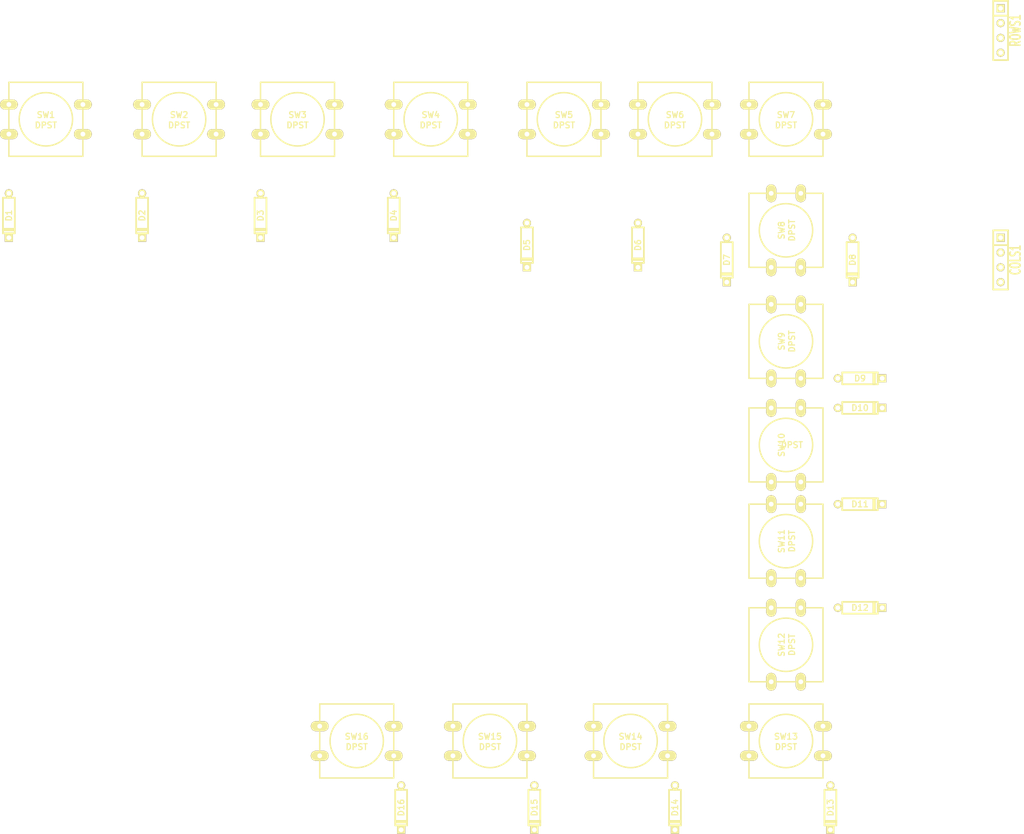
<source format=kicad_pcb>
(kicad_pcb (version 3) (host pcbnew "(2013-mar-25)-stable")

  (general
    (links 80)
    (no_connects 80)
    (area 243.458999 172.313599 417.83381 317.471829)
    (thickness 1.6)
    (drawings 0)
    (tracks 0)
    (zones 0)
    (modules 34)
    (nets 25)
  )

  (page A3)
  (layers
    (15 F.Cu signal)
    (0 B.Cu signal)
    (16 B.Adhes user)
    (17 F.Adhes user)
    (18 B.Paste user)
    (19 F.Paste user)
    (20 B.SilkS user)
    (21 F.SilkS user)
    (22 B.Mask user)
    (23 F.Mask user)
    (24 Dwgs.User user)
    (25 Cmts.User user)
    (26 Eco1.User user)
    (27 Eco2.User user)
    (28 Edge.Cuts user)
  )

  (setup
    (last_trace_width 0.254)
    (trace_clearance 0.254)
    (zone_clearance 0.508)
    (zone_45_only no)
    (trace_min 0.254)
    (segment_width 0.2)
    (edge_width 0.15)
    (via_size 0.889)
    (via_drill 0.635)
    (via_min_size 0.889)
    (via_min_drill 0.508)
    (uvia_size 0.508)
    (uvia_drill 0.127)
    (uvias_allowed no)
    (uvia_min_size 0.508)
    (uvia_min_drill 0.127)
    (pcb_text_width 0.3)
    (pcb_text_size 1.5 1.5)
    (mod_edge_width 0.15)
    (mod_text_size 1.5 1.5)
    (mod_text_width 0.15)
    (pad_size 1.524 1.524)
    (pad_drill 0.762)
    (pad_to_mask_clearance 0.2)
    (aux_axis_origin 0 0)
    (visible_elements FFFFFFBF)
    (pcbplotparams
      (layerselection 3178497)
      (usegerberextensions true)
      (excludeedgelayer true)
      (linewidth 100000)
      (plotframeref false)
      (viasonmask false)
      (mode 1)
      (useauxorigin false)
      (hpglpennumber 1)
      (hpglpenspeed 20)
      (hpglpendiameter 15)
      (hpglpenoverlay 2)
      (psnegative false)
      (psa4output false)
      (plotreference true)
      (plotvalue true)
      (plotothertext true)
      (plotinvisibletext false)
      (padsonsilk false)
      (subtractmaskfromsilk false)
      (outputformat 1)
      (mirror false)
      (drillshape 1)
      (scaleselection 1)
      (outputdirectory ""))
  )

  (net 0 "")
  (net 1 /a1)
  (net 2 /a2)
  (net 3 /a3)
  (net 4 /a4)
  (net 5 /c1)
  (net 6 /c2)
  (net 7 /c3)
  (net 8 /c4)
  (net 9 N-0000011)
  (net 10 N-0000012)
  (net 11 N-0000013)
  (net 12 N-0000014)
  (net 13 N-0000015)
  (net 14 N-0000016)
  (net 15 N-0000017)
  (net 16 N-0000018)
  (net 17 N-0000027)
  (net 18 N-0000028)
  (net 19 N-0000029)
  (net 20 N-0000030)
  (net 21 N-0000039)
  (net 22 N-000005)
  (net 23 N-000006)
  (net 24 N-000007)

  (net_class Default "This is the default net class."
    (clearance 0.254)
    (trace_width 0.254)
    (via_dia 0.889)
    (via_drill 0.635)
    (uvia_dia 0.508)
    (uvia_drill 0.127)
    (add_net "")
    (add_net /a1)
    (add_net /a2)
    (add_net /a3)
    (add_net /a4)
    (add_net /c1)
    (add_net /c2)
    (add_net /c3)
    (add_net /c4)
    (add_net N-0000011)
    (add_net N-0000012)
    (add_net N-0000013)
    (add_net N-0000014)
    (add_net N-0000015)
    (add_net N-0000016)
    (add_net N-0000017)
    (add_net N-0000018)
    (add_net N-0000027)
    (add_net N-0000028)
    (add_net N-0000029)
    (add_net N-0000030)
    (add_net N-0000039)
    (add_net N-000005)
    (add_net N-000006)
    (add_net N-000007)
  )

  (module SW_PUSH-12mm (layer F.Cu) (tedit 5214EF60) (tstamp 5214D9DF)
    (at 307.34 149.86 90)
    (path /5214D1C4)
    (fp_text reference SW9 (at 0 -0.762 90) (layer F.SilkS)
      (effects (font (size 1.016 1.016) (thickness 0.2032)))
    )
    (fp_text value DPST (at 0 1.016 90) (layer F.SilkS)
      (effects (font (size 1.016 1.016) (thickness 0.2032)))
    )
    (fp_circle (center 0 0) (end 3.81 2.54) (layer F.SilkS) (width 0.254))
    (fp_line (start -6.35 -6.35) (end 6.35 -6.35) (layer F.SilkS) (width 0.254))
    (fp_line (start 6.35 -6.35) (end 6.35 6.35) (layer F.SilkS) (width 0.254))
    (fp_line (start 6.35 6.35) (end -6.35 6.35) (layer F.SilkS) (width 0.254))
    (fp_line (start -6.35 6.35) (end -6.35 -6.35) (layer F.SilkS) (width 0.254))
    (pad 1 thru_hole oval (at 6.35 -2.54 90) (size 3.048 1.7272) (drill 0.8128)
      (layers *.Cu *.Mask F.SilkS)
      (net 3 /a3)
    )
    (pad 2 thru_hole oval (at 6.35 2.54 90) (size 3.048 1.7272) (drill 0.8128)
      (layers *.Cu *.Mask F.SilkS)
      (net 9 N-0000011)
    )
    (pad 1 thru_hole oval (at -6.35 -2.54 90) (size 3.048 1.7272) (drill 0.8128)
      (layers *.Cu *.Mask F.SilkS)
      (net 3 /a3)
    )
    (pad 2 thru_hole oval (at -6.35 2.54 90) (size 3.048 1.7272) (drill 0.8128)
      (layers *.Cu *.Mask F.SilkS)
      (net 9 N-0000011)
    )
  )

  (module SW_PUSH-12mm (layer F.Cu) (tedit 4C612761) (tstamp 5214D9EC)
    (at 307.34 130.81 90)
    (path /5214CF8D)
    (fp_text reference SW8 (at 0 -0.762 90) (layer F.SilkS)
      (effects (font (size 1.016 1.016) (thickness 0.2032)))
    )
    (fp_text value DPST (at 0 1.016 90) (layer F.SilkS)
      (effects (font (size 1.016 1.016) (thickness 0.2032)))
    )
    (fp_circle (center 0 0) (end 3.81 2.54) (layer F.SilkS) (width 0.254))
    (fp_line (start -6.35 -6.35) (end 6.35 -6.35) (layer F.SilkS) (width 0.254))
    (fp_line (start 6.35 -6.35) (end 6.35 6.35) (layer F.SilkS) (width 0.254))
    (fp_line (start 6.35 6.35) (end -6.35 6.35) (layer F.SilkS) (width 0.254))
    (fp_line (start -6.35 6.35) (end -6.35 -6.35) (layer F.SilkS) (width 0.254))
    (pad 1 thru_hole oval (at 6.35 -2.54 90) (size 3.048 1.7272) (drill 0.8128)
      (layers *.Cu *.Mask F.SilkS)
      (net 2 /a2)
    )
    (pad 2 thru_hole oval (at 6.35 2.54 90) (size 3.048 1.7272) (drill 0.8128)
      (layers *.Cu *.Mask F.SilkS)
      (net 22 N-000005)
    )
    (pad 1 thru_hole oval (at -6.35 -2.54 90) (size 3.048 1.7272) (drill 0.8128)
      (layers *.Cu *.Mask F.SilkS)
      (net 2 /a2)
    )
    (pad 2 thru_hole oval (at -6.35 2.54 90) (size 3.048 1.7272) (drill 0.8128)
      (layers *.Cu *.Mask F.SilkS)
      (net 22 N-000005)
    )
  )

  (module SW_PUSH-12mm (layer F.Cu) (tedit 4C612761) (tstamp 5214D9F9)
    (at 180.34 111.76)
    (path /5214C224)
    (fp_text reference SW1 (at 0 -0.762) (layer F.SilkS)
      (effects (font (size 1.016 1.016) (thickness 0.2032)))
    )
    (fp_text value DPST (at 0 1.016) (layer F.SilkS)
      (effects (font (size 1.016 1.016) (thickness 0.2032)))
    )
    (fp_circle (center 0 0) (end 3.81 2.54) (layer F.SilkS) (width 0.254))
    (fp_line (start -6.35 -6.35) (end 6.35 -6.35) (layer F.SilkS) (width 0.254))
    (fp_line (start 6.35 -6.35) (end 6.35 6.35) (layer F.SilkS) (width 0.254))
    (fp_line (start 6.35 6.35) (end -6.35 6.35) (layer F.SilkS) (width 0.254))
    (fp_line (start -6.35 6.35) (end -6.35 -6.35) (layer F.SilkS) (width 0.254))
    (pad 1 thru_hole oval (at 6.35 -2.54) (size 3.048 1.7272) (drill 0.8128)
      (layers *.Cu *.Mask F.SilkS)
      (net 1 /a1)
    )
    (pad 2 thru_hole oval (at 6.35 2.54) (size 3.048 1.7272) (drill 0.8128)
      (layers *.Cu *.Mask F.SilkS)
      (net 17 N-0000027)
    )
    (pad 1 thru_hole oval (at -6.35 -2.54) (size 3.048 1.7272) (drill 0.8128)
      (layers *.Cu *.Mask F.SilkS)
      (net 1 /a1)
    )
    (pad 2 thru_hole oval (at -6.35 2.54) (size 3.048 1.7272) (drill 0.8128)
      (layers *.Cu *.Mask F.SilkS)
      (net 17 N-0000027)
    )
  )

  (module SW_PUSH-12mm (layer F.Cu) (tedit 4C612761) (tstamp 5214DA06)
    (at 203.2 111.76)
    (path /5214C23F)
    (fp_text reference SW2 (at 0 -0.762) (layer F.SilkS)
      (effects (font (size 1.016 1.016) (thickness 0.2032)))
    )
    (fp_text value DPST (at 0 1.016) (layer F.SilkS)
      (effects (font (size 1.016 1.016) (thickness 0.2032)))
    )
    (fp_circle (center 0 0) (end 3.81 2.54) (layer F.SilkS) (width 0.254))
    (fp_line (start -6.35 -6.35) (end 6.35 -6.35) (layer F.SilkS) (width 0.254))
    (fp_line (start 6.35 -6.35) (end 6.35 6.35) (layer F.SilkS) (width 0.254))
    (fp_line (start 6.35 6.35) (end -6.35 6.35) (layer F.SilkS) (width 0.254))
    (fp_line (start -6.35 6.35) (end -6.35 -6.35) (layer F.SilkS) (width 0.254))
    (pad 1 thru_hole oval (at 6.35 -2.54) (size 3.048 1.7272) (drill 0.8128)
      (layers *.Cu *.Mask F.SilkS)
      (net 1 /a1)
    )
    (pad 2 thru_hole oval (at 6.35 2.54) (size 3.048 1.7272) (drill 0.8128)
      (layers *.Cu *.Mask F.SilkS)
      (net 18 N-0000028)
    )
    (pad 1 thru_hole oval (at -6.35 -2.54) (size 3.048 1.7272) (drill 0.8128)
      (layers *.Cu *.Mask F.SilkS)
      (net 1 /a1)
    )
    (pad 2 thru_hole oval (at -6.35 2.54) (size 3.048 1.7272) (drill 0.8128)
      (layers *.Cu *.Mask F.SilkS)
      (net 18 N-0000028)
    )
  )

  (module SW_PUSH-12mm (layer F.Cu) (tedit 4C612761) (tstamp 5214DA13)
    (at 223.52 111.76)
    (path /5214C24A)
    (fp_text reference SW3 (at 0 -0.762) (layer F.SilkS)
      (effects (font (size 1.016 1.016) (thickness 0.2032)))
    )
    (fp_text value DPST (at 0 1.016) (layer F.SilkS)
      (effects (font (size 1.016 1.016) (thickness 0.2032)))
    )
    (fp_circle (center 0 0) (end 3.81 2.54) (layer F.SilkS) (width 0.254))
    (fp_line (start -6.35 -6.35) (end 6.35 -6.35) (layer F.SilkS) (width 0.254))
    (fp_line (start 6.35 -6.35) (end 6.35 6.35) (layer F.SilkS) (width 0.254))
    (fp_line (start 6.35 6.35) (end -6.35 6.35) (layer F.SilkS) (width 0.254))
    (fp_line (start -6.35 6.35) (end -6.35 -6.35) (layer F.SilkS) (width 0.254))
    (pad 1 thru_hole oval (at 6.35 -2.54) (size 3.048 1.7272) (drill 0.8128)
      (layers *.Cu *.Mask F.SilkS)
      (net 1 /a1)
    )
    (pad 2 thru_hole oval (at 6.35 2.54) (size 3.048 1.7272) (drill 0.8128)
      (layers *.Cu *.Mask F.SilkS)
      (net 19 N-0000029)
    )
    (pad 1 thru_hole oval (at -6.35 -2.54) (size 3.048 1.7272) (drill 0.8128)
      (layers *.Cu *.Mask F.SilkS)
      (net 1 /a1)
    )
    (pad 2 thru_hole oval (at -6.35 2.54) (size 3.048 1.7272) (drill 0.8128)
      (layers *.Cu *.Mask F.SilkS)
      (net 19 N-0000029)
    )
  )

  (module SW_PUSH-12mm (layer F.Cu) (tedit 4C612761) (tstamp 5214DA20)
    (at 246.38 111.76)
    (path /5214C252)
    (fp_text reference SW4 (at 0 -0.762) (layer F.SilkS)
      (effects (font (size 1.016 1.016) (thickness 0.2032)))
    )
    (fp_text value DPST (at 0 1.016) (layer F.SilkS)
      (effects (font (size 1.016 1.016) (thickness 0.2032)))
    )
    (fp_circle (center 0 0) (end 3.81 2.54) (layer F.SilkS) (width 0.254))
    (fp_line (start -6.35 -6.35) (end 6.35 -6.35) (layer F.SilkS) (width 0.254))
    (fp_line (start 6.35 -6.35) (end 6.35 6.35) (layer F.SilkS) (width 0.254))
    (fp_line (start 6.35 6.35) (end -6.35 6.35) (layer F.SilkS) (width 0.254))
    (fp_line (start -6.35 6.35) (end -6.35 -6.35) (layer F.SilkS) (width 0.254))
    (pad 1 thru_hole oval (at 6.35 -2.54) (size 3.048 1.7272) (drill 0.8128)
      (layers *.Cu *.Mask F.SilkS)
      (net 1 /a1)
    )
    (pad 2 thru_hole oval (at 6.35 2.54) (size 3.048 1.7272) (drill 0.8128)
      (layers *.Cu *.Mask F.SilkS)
      (net 20 N-0000030)
    )
    (pad 1 thru_hole oval (at -6.35 -2.54) (size 3.048 1.7272) (drill 0.8128)
      (layers *.Cu *.Mask F.SilkS)
      (net 1 /a1)
    )
    (pad 2 thru_hole oval (at -6.35 2.54) (size 3.048 1.7272) (drill 0.8128)
      (layers *.Cu *.Mask F.SilkS)
      (net 20 N-0000030)
    )
  )

  (module SW_PUSH-12mm (layer F.Cu) (tedit 4C612761) (tstamp 5214EFBF)
    (at 307.34 111.76)
    (path /5214CF87)
    (fp_text reference SW7 (at 0 -0.762) (layer F.SilkS)
      (effects (font (size 1.016 1.016) (thickness 0.2032)))
    )
    (fp_text value DPST (at 0 1.016) (layer F.SilkS)
      (effects (font (size 1.016 1.016) (thickness 0.2032)))
    )
    (fp_circle (center 0 0) (end 3.81 2.54) (layer F.SilkS) (width 0.254))
    (fp_line (start -6.35 -6.35) (end 6.35 -6.35) (layer F.SilkS) (width 0.254))
    (fp_line (start 6.35 -6.35) (end 6.35 6.35) (layer F.SilkS) (width 0.254))
    (fp_line (start 6.35 6.35) (end -6.35 6.35) (layer F.SilkS) (width 0.254))
    (fp_line (start -6.35 6.35) (end -6.35 -6.35) (layer F.SilkS) (width 0.254))
    (pad 1 thru_hole oval (at 6.35 -2.54) (size 3.048 1.7272) (drill 0.8128)
      (layers *.Cu *.Mask F.SilkS)
      (net 2 /a2)
    )
    (pad 2 thru_hole oval (at 6.35 2.54) (size 3.048 1.7272) (drill 0.8128)
      (layers *.Cu *.Mask F.SilkS)
      (net 23 N-000006)
    )
    (pad 1 thru_hole oval (at -6.35 -2.54) (size 3.048 1.7272) (drill 0.8128)
      (layers *.Cu *.Mask F.SilkS)
      (net 2 /a2)
    )
    (pad 2 thru_hole oval (at -6.35 2.54) (size 3.048 1.7272) (drill 0.8128)
      (layers *.Cu *.Mask F.SilkS)
      (net 23 N-000006)
    )
  )

  (module SW_PUSH-12mm (layer F.Cu) (tedit 4C612761) (tstamp 5214DA3A)
    (at 288.29 111.76)
    (path /5214CF81)
    (fp_text reference SW6 (at 0 -0.762) (layer F.SilkS)
      (effects (font (size 1.016 1.016) (thickness 0.2032)))
    )
    (fp_text value DPST (at 0 1.016) (layer F.SilkS)
      (effects (font (size 1.016 1.016) (thickness 0.2032)))
    )
    (fp_circle (center 0 0) (end 3.81 2.54) (layer F.SilkS) (width 0.254))
    (fp_line (start -6.35 -6.35) (end 6.35 -6.35) (layer F.SilkS) (width 0.254))
    (fp_line (start 6.35 -6.35) (end 6.35 6.35) (layer F.SilkS) (width 0.254))
    (fp_line (start 6.35 6.35) (end -6.35 6.35) (layer F.SilkS) (width 0.254))
    (fp_line (start -6.35 6.35) (end -6.35 -6.35) (layer F.SilkS) (width 0.254))
    (pad 1 thru_hole oval (at 6.35 -2.54) (size 3.048 1.7272) (drill 0.8128)
      (layers *.Cu *.Mask F.SilkS)
      (net 2 /a2)
    )
    (pad 2 thru_hole oval (at 6.35 2.54) (size 3.048 1.7272) (drill 0.8128)
      (layers *.Cu *.Mask F.SilkS)
      (net 24 N-000007)
    )
    (pad 1 thru_hole oval (at -6.35 -2.54) (size 3.048 1.7272) (drill 0.8128)
      (layers *.Cu *.Mask F.SilkS)
      (net 2 /a2)
    )
    (pad 2 thru_hole oval (at -6.35 2.54) (size 3.048 1.7272) (drill 0.8128)
      (layers *.Cu *.Mask F.SilkS)
      (net 24 N-000007)
    )
  )

  (module SW_PUSH-12mm (layer F.Cu) (tedit 5214EF19) (tstamp 5214DA47)
    (at 307.34 167.64 90)
    (path /5214D1CA)
    (fp_text reference SW10 (at 0 -0.762 90) (layer F.SilkS)
      (effects (font (size 1.016 1.016) (thickness 0.2032)))
    )
    (fp_text value DPST (at 0 1.016 180) (layer F.SilkS)
      (effects (font (size 1.016 1.016) (thickness 0.2032)))
    )
    (fp_circle (center 0 0) (end 3.81 2.54) (layer F.SilkS) (width 0.254))
    (fp_line (start -6.35 -6.35) (end 6.35 -6.35) (layer F.SilkS) (width 0.254))
    (fp_line (start 6.35 -6.35) (end 6.35 6.35) (layer F.SilkS) (width 0.254))
    (fp_line (start 6.35 6.35) (end -6.35 6.35) (layer F.SilkS) (width 0.254))
    (fp_line (start -6.35 6.35) (end -6.35 -6.35) (layer F.SilkS) (width 0.254))
    (pad 1 thru_hole oval (at 6.35 -2.54 90) (size 3.048 1.7272) (drill 0.8128)
      (layers *.Cu *.Mask F.SilkS)
      (net 3 /a3)
    )
    (pad 2 thru_hole oval (at 6.35 2.54 90) (size 3.048 1.7272) (drill 0.8128)
      (layers *.Cu *.Mask F.SilkS)
      (net 12 N-0000014)
    )
    (pad 1 thru_hole oval (at -6.35 -2.54 90) (size 3.048 1.7272) (drill 0.8128)
      (layers *.Cu *.Mask F.SilkS)
      (net 3 /a3)
    )
    (pad 2 thru_hole oval (at -6.35 2.54 90) (size 3.048 1.7272) (drill 0.8128)
      (layers *.Cu *.Mask F.SilkS)
      (net 12 N-0000014)
    )
  )

  (module SW_PUSH-12mm (layer F.Cu) (tedit 4C612761) (tstamp 5214DA54)
    (at 233.68 218.44)
    (path /5214D23B)
    (fp_text reference SW16 (at 0 -0.762) (layer F.SilkS)
      (effects (font (size 1.016 1.016) (thickness 0.2032)))
    )
    (fp_text value DPST (at 0 1.016) (layer F.SilkS)
      (effects (font (size 1.016 1.016) (thickness 0.2032)))
    )
    (fp_circle (center 0 0) (end 3.81 2.54) (layer F.SilkS) (width 0.254))
    (fp_line (start -6.35 -6.35) (end 6.35 -6.35) (layer F.SilkS) (width 0.254))
    (fp_line (start 6.35 -6.35) (end 6.35 6.35) (layer F.SilkS) (width 0.254))
    (fp_line (start 6.35 6.35) (end -6.35 6.35) (layer F.SilkS) (width 0.254))
    (fp_line (start -6.35 6.35) (end -6.35 -6.35) (layer F.SilkS) (width 0.254))
    (pad 1 thru_hole oval (at 6.35 -2.54) (size 3.048 1.7272) (drill 0.8128)
      (layers *.Cu *.Mask F.SilkS)
      (net 4 /a4)
    )
    (pad 2 thru_hole oval (at 6.35 2.54) (size 3.048 1.7272) (drill 0.8128)
      (layers *.Cu *.Mask F.SilkS)
      (net 16 N-0000018)
    )
    (pad 1 thru_hole oval (at -6.35 -2.54) (size 3.048 1.7272) (drill 0.8128)
      (layers *.Cu *.Mask F.SilkS)
      (net 4 /a4)
    )
    (pad 2 thru_hole oval (at -6.35 2.54) (size 3.048 1.7272) (drill 0.8128)
      (layers *.Cu *.Mask F.SilkS)
      (net 16 N-0000018)
    )
  )

  (module SW_PUSH-12mm (layer F.Cu) (tedit 4C612761) (tstamp 5214DA61)
    (at 269.24 111.76)
    (path /5214C67D)
    (fp_text reference SW5 (at 0 -0.762) (layer F.SilkS)
      (effects (font (size 1.016 1.016) (thickness 0.2032)))
    )
    (fp_text value DPST (at 0 1.016) (layer F.SilkS)
      (effects (font (size 1.016 1.016) (thickness 0.2032)))
    )
    (fp_circle (center 0 0) (end 3.81 2.54) (layer F.SilkS) (width 0.254))
    (fp_line (start -6.35 -6.35) (end 6.35 -6.35) (layer F.SilkS) (width 0.254))
    (fp_line (start 6.35 -6.35) (end 6.35 6.35) (layer F.SilkS) (width 0.254))
    (fp_line (start 6.35 6.35) (end -6.35 6.35) (layer F.SilkS) (width 0.254))
    (fp_line (start -6.35 6.35) (end -6.35 -6.35) (layer F.SilkS) (width 0.254))
    (pad 1 thru_hole oval (at 6.35 -2.54) (size 3.048 1.7272) (drill 0.8128)
      (layers *.Cu *.Mask F.SilkS)
      (net 2 /a2)
    )
    (pad 2 thru_hole oval (at 6.35 2.54) (size 3.048 1.7272) (drill 0.8128)
      (layers *.Cu *.Mask F.SilkS)
      (net 21 N-0000039)
    )
    (pad 1 thru_hole oval (at -6.35 -2.54) (size 3.048 1.7272) (drill 0.8128)
      (layers *.Cu *.Mask F.SilkS)
      (net 2 /a2)
    )
    (pad 2 thru_hole oval (at -6.35 2.54) (size 3.048 1.7272) (drill 0.8128)
      (layers *.Cu *.Mask F.SilkS)
      (net 21 N-0000039)
    )
  )

  (module SW_PUSH-12mm (layer F.Cu) (tedit 4C612761) (tstamp 5214DA6E)
    (at 280.67 218.44)
    (path /5214D22F)
    (fp_text reference SW14 (at 0 -0.762) (layer F.SilkS)
      (effects (font (size 1.016 1.016) (thickness 0.2032)))
    )
    (fp_text value DPST (at 0 1.016) (layer F.SilkS)
      (effects (font (size 1.016 1.016) (thickness 0.2032)))
    )
    (fp_circle (center 0 0) (end 3.81 2.54) (layer F.SilkS) (width 0.254))
    (fp_line (start -6.35 -6.35) (end 6.35 -6.35) (layer F.SilkS) (width 0.254))
    (fp_line (start 6.35 -6.35) (end 6.35 6.35) (layer F.SilkS) (width 0.254))
    (fp_line (start 6.35 6.35) (end -6.35 6.35) (layer F.SilkS) (width 0.254))
    (fp_line (start -6.35 6.35) (end -6.35 -6.35) (layer F.SilkS) (width 0.254))
    (pad 1 thru_hole oval (at 6.35 -2.54) (size 3.048 1.7272) (drill 0.8128)
      (layers *.Cu *.Mask F.SilkS)
      (net 4 /a4)
    )
    (pad 2 thru_hole oval (at 6.35 2.54) (size 3.048 1.7272) (drill 0.8128)
      (layers *.Cu *.Mask F.SilkS)
      (net 14 N-0000016)
    )
    (pad 1 thru_hole oval (at -6.35 -2.54) (size 3.048 1.7272) (drill 0.8128)
      (layers *.Cu *.Mask F.SilkS)
      (net 4 /a4)
    )
    (pad 2 thru_hole oval (at -6.35 2.54) (size 3.048 1.7272) (drill 0.8128)
      (layers *.Cu *.Mask F.SilkS)
      (net 14 N-0000016)
    )
  )

  (module SW_PUSH-12mm (layer F.Cu) (tedit 4C612761) (tstamp 5214DA7B)
    (at 307.34 184.15 90)
    (path /5214D1D0)
    (fp_text reference SW11 (at 0 -0.762 90) (layer F.SilkS)
      (effects (font (size 1.016 1.016) (thickness 0.2032)))
    )
    (fp_text value DPST (at 0 1.016 90) (layer F.SilkS)
      (effects (font (size 1.016 1.016) (thickness 0.2032)))
    )
    (fp_circle (center 0 0) (end 3.81 2.54) (layer F.SilkS) (width 0.254))
    (fp_line (start -6.35 -6.35) (end 6.35 -6.35) (layer F.SilkS) (width 0.254))
    (fp_line (start 6.35 -6.35) (end 6.35 6.35) (layer F.SilkS) (width 0.254))
    (fp_line (start 6.35 6.35) (end -6.35 6.35) (layer F.SilkS) (width 0.254))
    (fp_line (start -6.35 6.35) (end -6.35 -6.35) (layer F.SilkS) (width 0.254))
    (pad 1 thru_hole oval (at 6.35 -2.54 90) (size 3.048 1.7272) (drill 0.8128)
      (layers *.Cu *.Mask F.SilkS)
      (net 3 /a3)
    )
    (pad 2 thru_hole oval (at 6.35 2.54 90) (size 3.048 1.7272) (drill 0.8128)
      (layers *.Cu *.Mask F.SilkS)
      (net 10 N-0000012)
    )
    (pad 1 thru_hole oval (at -6.35 -2.54 90) (size 3.048 1.7272) (drill 0.8128)
      (layers *.Cu *.Mask F.SilkS)
      (net 3 /a3)
    )
    (pad 2 thru_hole oval (at -6.35 2.54 90) (size 3.048 1.7272) (drill 0.8128)
      (layers *.Cu *.Mask F.SilkS)
      (net 10 N-0000012)
    )
  )

  (module SW_PUSH-12mm (layer F.Cu) (tedit 4C612761) (tstamp 5214DA88)
    (at 307.34 218.44)
    (path /5214D218)
    (fp_text reference SW13 (at 0 -0.762) (layer F.SilkS)
      (effects (font (size 1.016 1.016) (thickness 0.2032)))
    )
    (fp_text value DPST (at 0 1.016) (layer F.SilkS)
      (effects (font (size 1.016 1.016) (thickness 0.2032)))
    )
    (fp_circle (center 0 0) (end 3.81 2.54) (layer F.SilkS) (width 0.254))
    (fp_line (start -6.35 -6.35) (end 6.35 -6.35) (layer F.SilkS) (width 0.254))
    (fp_line (start 6.35 -6.35) (end 6.35 6.35) (layer F.SilkS) (width 0.254))
    (fp_line (start 6.35 6.35) (end -6.35 6.35) (layer F.SilkS) (width 0.254))
    (fp_line (start -6.35 6.35) (end -6.35 -6.35) (layer F.SilkS) (width 0.254))
    (pad 1 thru_hole oval (at 6.35 -2.54) (size 3.048 1.7272) (drill 0.8128)
      (layers *.Cu *.Mask F.SilkS)
      (net 4 /a4)
    )
    (pad 2 thru_hole oval (at 6.35 2.54) (size 3.048 1.7272) (drill 0.8128)
      (layers *.Cu *.Mask F.SilkS)
      (net 13 N-0000015)
    )
    (pad 1 thru_hole oval (at -6.35 -2.54) (size 3.048 1.7272) (drill 0.8128)
      (layers *.Cu *.Mask F.SilkS)
      (net 4 /a4)
    )
    (pad 2 thru_hole oval (at -6.35 2.54) (size 3.048 1.7272) (drill 0.8128)
      (layers *.Cu *.Mask F.SilkS)
      (net 13 N-0000015)
    )
  )

  (module SW_PUSH-12mm (layer F.Cu) (tedit 4C612761) (tstamp 5214DA95)
    (at 256.54 218.44)
    (path /5214D235)
    (fp_text reference SW15 (at 0 -0.762) (layer F.SilkS)
      (effects (font (size 1.016 1.016) (thickness 0.2032)))
    )
    (fp_text value DPST (at 0 1.016) (layer F.SilkS)
      (effects (font (size 1.016 1.016) (thickness 0.2032)))
    )
    (fp_circle (center 0 0) (end 3.81 2.54) (layer F.SilkS) (width 0.254))
    (fp_line (start -6.35 -6.35) (end 6.35 -6.35) (layer F.SilkS) (width 0.254))
    (fp_line (start 6.35 -6.35) (end 6.35 6.35) (layer F.SilkS) (width 0.254))
    (fp_line (start 6.35 6.35) (end -6.35 6.35) (layer F.SilkS) (width 0.254))
    (fp_line (start -6.35 6.35) (end -6.35 -6.35) (layer F.SilkS) (width 0.254))
    (pad 1 thru_hole oval (at 6.35 -2.54) (size 3.048 1.7272) (drill 0.8128)
      (layers *.Cu *.Mask F.SilkS)
      (net 4 /a4)
    )
    (pad 2 thru_hole oval (at 6.35 2.54) (size 3.048 1.7272) (drill 0.8128)
      (layers *.Cu *.Mask F.SilkS)
      (net 15 N-0000017)
    )
    (pad 1 thru_hole oval (at -6.35 -2.54) (size 3.048 1.7272) (drill 0.8128)
      (layers *.Cu *.Mask F.SilkS)
      (net 4 /a4)
    )
    (pad 2 thru_hole oval (at -6.35 2.54) (size 3.048 1.7272) (drill 0.8128)
      (layers *.Cu *.Mask F.SilkS)
      (net 15 N-0000017)
    )
  )

  (module SW_PUSH-12mm (layer F.Cu) (tedit 4C612761) (tstamp 5214DAA2)
    (at 307.34 201.93 90)
    (path /5214D1D6)
    (fp_text reference SW12 (at 0 -0.762 90) (layer F.SilkS)
      (effects (font (size 1.016 1.016) (thickness 0.2032)))
    )
    (fp_text value DPST (at 0 1.016 90) (layer F.SilkS)
      (effects (font (size 1.016 1.016) (thickness 0.2032)))
    )
    (fp_circle (center 0 0) (end 3.81 2.54) (layer F.SilkS) (width 0.254))
    (fp_line (start -6.35 -6.35) (end 6.35 -6.35) (layer F.SilkS) (width 0.254))
    (fp_line (start 6.35 -6.35) (end 6.35 6.35) (layer F.SilkS) (width 0.254))
    (fp_line (start 6.35 6.35) (end -6.35 6.35) (layer F.SilkS) (width 0.254))
    (fp_line (start -6.35 6.35) (end -6.35 -6.35) (layer F.SilkS) (width 0.254))
    (pad 1 thru_hole oval (at 6.35 -2.54 90) (size 3.048 1.7272) (drill 0.8128)
      (layers *.Cu *.Mask F.SilkS)
      (net 3 /a3)
    )
    (pad 2 thru_hole oval (at 6.35 2.54 90) (size 3.048 1.7272) (drill 0.8128)
      (layers *.Cu *.Mask F.SilkS)
      (net 11 N-0000013)
    )
    (pad 1 thru_hole oval (at -6.35 -2.54 90) (size 3.048 1.7272) (drill 0.8128)
      (layers *.Cu *.Mask F.SilkS)
      (net 3 /a3)
    )
    (pad 2 thru_hole oval (at -6.35 2.54 90) (size 3.048 1.7272) (drill 0.8128)
      (layers *.Cu *.Mask F.SilkS)
      (net 11 N-0000013)
    )
  )

  (module SIL-4 (layer F.Cu) (tedit 200000) (tstamp 5214E223)
    (at 344.17 135.89 270)
    (descr "Connecteur 4 pibs")
    (tags "CONN DEV")
    (path /5214C101)
    (fp_text reference COLS1 (at 0 -2.54 270) (layer F.SilkS)
      (effects (font (size 1.73482 1.08712) (thickness 0.3048)))
    )
    (fp_text value CONN_4 (at 0 -2.54 270) (layer F.SilkS) hide
      (effects (font (size 1.524 1.016) (thickness 0.3048)))
    )
    (fp_line (start -5.08 -1.27) (end -5.08 -1.27) (layer F.SilkS) (width 0.3048))
    (fp_line (start -5.08 1.27) (end -5.08 -1.27) (layer F.SilkS) (width 0.3048))
    (fp_line (start -5.08 -1.27) (end -5.08 -1.27) (layer F.SilkS) (width 0.3048))
    (fp_line (start -5.08 -1.27) (end 5.08 -1.27) (layer F.SilkS) (width 0.3048))
    (fp_line (start 5.08 -1.27) (end 5.08 1.27) (layer F.SilkS) (width 0.3048))
    (fp_line (start 5.08 1.27) (end -5.08 1.27) (layer F.SilkS) (width 0.3048))
    (fp_line (start -2.54 1.27) (end -2.54 -1.27) (layer F.SilkS) (width 0.3048))
    (pad 1 thru_hole rect (at -3.81 0 270) (size 1.397 1.397) (drill 0.8128)
      (layers *.Cu *.Mask F.SilkS)
      (net 5 /c1)
    )
    (pad 2 thru_hole circle (at -1.27 0 270) (size 1.397 1.397) (drill 0.8128)
      (layers *.Cu *.Mask F.SilkS)
      (net 6 /c2)
    )
    (pad 3 thru_hole circle (at 1.27 0 270) (size 1.397 1.397) (drill 0.8128)
      (layers *.Cu *.Mask F.SilkS)
      (net 7 /c3)
    )
    (pad 4 thru_hole circle (at 3.81 0 270) (size 1.397 1.397) (drill 0.8128)
      (layers *.Cu *.Mask F.SilkS)
      (net 8 /c4)
    )
  )

  (module SIL-4 (layer F.Cu) (tedit 200000) (tstamp 5214DAC0)
    (at 344.17 96.52 270)
    (descr "Connecteur 4 pibs")
    (tags "CONN DEV")
    (path /5214C0F4)
    (fp_text reference ROWS1 (at 0 -2.54 270) (layer F.SilkS)
      (effects (font (size 1.73482 1.08712) (thickness 0.3048)))
    )
    (fp_text value CONN_4 (at 0 -2.54 270) (layer F.SilkS) hide
      (effects (font (size 1.524 1.016) (thickness 0.3048)))
    )
    (fp_line (start -5.08 -1.27) (end -5.08 -1.27) (layer F.SilkS) (width 0.3048))
    (fp_line (start -5.08 1.27) (end -5.08 -1.27) (layer F.SilkS) (width 0.3048))
    (fp_line (start -5.08 -1.27) (end -5.08 -1.27) (layer F.SilkS) (width 0.3048))
    (fp_line (start -5.08 -1.27) (end 5.08 -1.27) (layer F.SilkS) (width 0.3048))
    (fp_line (start 5.08 -1.27) (end 5.08 1.27) (layer F.SilkS) (width 0.3048))
    (fp_line (start 5.08 1.27) (end -5.08 1.27) (layer F.SilkS) (width 0.3048))
    (fp_line (start -2.54 1.27) (end -2.54 -1.27) (layer F.SilkS) (width 0.3048))
    (pad 1 thru_hole rect (at -3.81 0 270) (size 1.397 1.397) (drill 0.8128)
      (layers *.Cu *.Mask F.SilkS)
      (net 1 /a1)
    )
    (pad 2 thru_hole circle (at -1.27 0 270) (size 1.397 1.397) (drill 0.8128)
      (layers *.Cu *.Mask F.SilkS)
      (net 2 /a2)
    )
    (pad 3 thru_hole circle (at 1.27 0 270) (size 1.397 1.397) (drill 0.8128)
      (layers *.Cu *.Mask F.SilkS)
      (net 3 /a3)
    )
    (pad 4 thru_hole circle (at 3.81 0 270) (size 1.397 1.397) (drill 0.8128)
      (layers *.Cu *.Mask F.SilkS)
      (net 4 /a4)
    )
  )

  (module D3 (layer F.Cu) (tedit 200000) (tstamp 5214DAD0)
    (at 320.04 161.29)
    (descr "Diode 3 pas")
    (tags "DIODE DEV")
    (path /5214D1EE)
    (fp_text reference D10 (at 0 0) (layer F.SilkS)
      (effects (font (size 1.016 1.016) (thickness 0.2032)))
    )
    (fp_text value DIODE (at 0 0) (layer F.SilkS) hide
      (effects (font (size 1.016 1.016) (thickness 0.2032)))
    )
    (fp_line (start 3.81 0) (end 3.048 0) (layer F.SilkS) (width 0.3048))
    (fp_line (start 3.048 0) (end 3.048 -1.016) (layer F.SilkS) (width 0.3048))
    (fp_line (start 3.048 -1.016) (end -3.048 -1.016) (layer F.SilkS) (width 0.3048))
    (fp_line (start -3.048 -1.016) (end -3.048 0) (layer F.SilkS) (width 0.3048))
    (fp_line (start -3.048 0) (end -3.81 0) (layer F.SilkS) (width 0.3048))
    (fp_line (start -3.048 0) (end -3.048 1.016) (layer F.SilkS) (width 0.3048))
    (fp_line (start -3.048 1.016) (end 3.048 1.016) (layer F.SilkS) (width 0.3048))
    (fp_line (start 3.048 1.016) (end 3.048 0) (layer F.SilkS) (width 0.3048))
    (fp_line (start 2.54 -1.016) (end 2.54 1.016) (layer F.SilkS) (width 0.3048))
    (fp_line (start 2.286 1.016) (end 2.286 -1.016) (layer F.SilkS) (width 0.3048))
    (pad 2 thru_hole rect (at 3.81 0) (size 1.397 1.397) (drill 0.8128)
      (layers *.Cu *.Mask F.SilkS)
      (net 7 /c3)
    )
    (pad 1 thru_hole circle (at -3.81 0) (size 1.397 1.397) (drill 0.8128)
      (layers *.Cu *.Mask F.SilkS)
      (net 12 N-0000014)
    )
    (model discret/diode.wrl
      (at (xyz 0 0 0))
      (scale (xyz 0.3 0.3 0.3))
      (rotate (xyz 0 0 0))
    )
  )

  (module D3 (layer F.Cu) (tedit 200000) (tstamp 5214DAE0)
    (at 320.04 195.58)
    (descr "Diode 3 pas")
    (tags "DIODE DEV")
    (path /5214D1FA)
    (fp_text reference D12 (at 0 0) (layer F.SilkS)
      (effects (font (size 1.016 1.016) (thickness 0.2032)))
    )
    (fp_text value DIODE (at 0 0) (layer F.SilkS) hide
      (effects (font (size 1.016 1.016) (thickness 0.2032)))
    )
    (fp_line (start 3.81 0) (end 3.048 0) (layer F.SilkS) (width 0.3048))
    (fp_line (start 3.048 0) (end 3.048 -1.016) (layer F.SilkS) (width 0.3048))
    (fp_line (start 3.048 -1.016) (end -3.048 -1.016) (layer F.SilkS) (width 0.3048))
    (fp_line (start -3.048 -1.016) (end -3.048 0) (layer F.SilkS) (width 0.3048))
    (fp_line (start -3.048 0) (end -3.81 0) (layer F.SilkS) (width 0.3048))
    (fp_line (start -3.048 0) (end -3.048 1.016) (layer F.SilkS) (width 0.3048))
    (fp_line (start -3.048 1.016) (end 3.048 1.016) (layer F.SilkS) (width 0.3048))
    (fp_line (start 3.048 1.016) (end 3.048 0) (layer F.SilkS) (width 0.3048))
    (fp_line (start 2.54 -1.016) (end 2.54 1.016) (layer F.SilkS) (width 0.3048))
    (fp_line (start 2.286 1.016) (end 2.286 -1.016) (layer F.SilkS) (width 0.3048))
    (pad 2 thru_hole rect (at 3.81 0) (size 1.397 1.397) (drill 0.8128)
      (layers *.Cu *.Mask F.SilkS)
      (net 7 /c3)
    )
    (pad 1 thru_hole circle (at -3.81 0) (size 1.397 1.397) (drill 0.8128)
      (layers *.Cu *.Mask F.SilkS)
      (net 11 N-0000013)
    )
    (model discret/diode.wrl
      (at (xyz 0 0 0))
      (scale (xyz 0.3 0.3 0.3))
      (rotate (xyz 0 0 0))
    )
  )

  (module D3 (layer F.Cu) (tedit 200000) (tstamp 5214DAF0)
    (at 288.29 229.87 270)
    (descr "Diode 3 pas")
    (tags "DIODE DEV")
    (path /5214D241)
    (fp_text reference D14 (at 0 0 270) (layer F.SilkS)
      (effects (font (size 1.016 1.016) (thickness 0.2032)))
    )
    (fp_text value DIODE (at 0 0 270) (layer F.SilkS) hide
      (effects (font (size 1.016 1.016) (thickness 0.2032)))
    )
    (fp_line (start 3.81 0) (end 3.048 0) (layer F.SilkS) (width 0.3048))
    (fp_line (start 3.048 0) (end 3.048 -1.016) (layer F.SilkS) (width 0.3048))
    (fp_line (start 3.048 -1.016) (end -3.048 -1.016) (layer F.SilkS) (width 0.3048))
    (fp_line (start -3.048 -1.016) (end -3.048 0) (layer F.SilkS) (width 0.3048))
    (fp_line (start -3.048 0) (end -3.81 0) (layer F.SilkS) (width 0.3048))
    (fp_line (start -3.048 0) (end -3.048 1.016) (layer F.SilkS) (width 0.3048))
    (fp_line (start -3.048 1.016) (end 3.048 1.016) (layer F.SilkS) (width 0.3048))
    (fp_line (start 3.048 1.016) (end 3.048 0) (layer F.SilkS) (width 0.3048))
    (fp_line (start 2.54 -1.016) (end 2.54 1.016) (layer F.SilkS) (width 0.3048))
    (fp_line (start 2.286 1.016) (end 2.286 -1.016) (layer F.SilkS) (width 0.3048))
    (pad 2 thru_hole rect (at 3.81 0 270) (size 1.397 1.397) (drill 0.8128)
      (layers *.Cu *.Mask F.SilkS)
      (net 8 /c4)
    )
    (pad 1 thru_hole circle (at -3.81 0 270) (size 1.397 1.397) (drill 0.8128)
      (layers *.Cu *.Mask F.SilkS)
      (net 14 N-0000016)
    )
    (model discret/diode.wrl
      (at (xyz 0 0 0))
      (scale (xyz 0.3 0.3 0.3))
      (rotate (xyz 0 0 0))
    )
  )

  (module D3 (layer F.Cu) (tedit 200000) (tstamp 5214DB00)
    (at 241.3 229.87 270)
    (descr "Diode 3 pas")
    (tags "DIODE DEV")
    (path /5214D24D)
    (fp_text reference D16 (at 0 0 270) (layer F.SilkS)
      (effects (font (size 1.016 1.016) (thickness 0.2032)))
    )
    (fp_text value DIODE (at 0 0 270) (layer F.SilkS) hide
      (effects (font (size 1.016 1.016) (thickness 0.2032)))
    )
    (fp_line (start 3.81 0) (end 3.048 0) (layer F.SilkS) (width 0.3048))
    (fp_line (start 3.048 0) (end 3.048 -1.016) (layer F.SilkS) (width 0.3048))
    (fp_line (start 3.048 -1.016) (end -3.048 -1.016) (layer F.SilkS) (width 0.3048))
    (fp_line (start -3.048 -1.016) (end -3.048 0) (layer F.SilkS) (width 0.3048))
    (fp_line (start -3.048 0) (end -3.81 0) (layer F.SilkS) (width 0.3048))
    (fp_line (start -3.048 0) (end -3.048 1.016) (layer F.SilkS) (width 0.3048))
    (fp_line (start -3.048 1.016) (end 3.048 1.016) (layer F.SilkS) (width 0.3048))
    (fp_line (start 3.048 1.016) (end 3.048 0) (layer F.SilkS) (width 0.3048))
    (fp_line (start 2.54 -1.016) (end 2.54 1.016) (layer F.SilkS) (width 0.3048))
    (fp_line (start 2.286 1.016) (end 2.286 -1.016) (layer F.SilkS) (width 0.3048))
    (pad 2 thru_hole rect (at 3.81 0 270) (size 1.397 1.397) (drill 0.8128)
      (layers *.Cu *.Mask F.SilkS)
      (net 8 /c4)
    )
    (pad 1 thru_hole circle (at -3.81 0 270) (size 1.397 1.397) (drill 0.8128)
      (layers *.Cu *.Mask F.SilkS)
      (net 16 N-0000018)
    )
    (model discret/diode.wrl
      (at (xyz 0 0 0))
      (scale (xyz 0.3 0.3 0.3))
      (rotate (xyz 0 0 0))
    )
  )

  (module D3 (layer F.Cu) (tedit 200000) (tstamp 5214DB10)
    (at 320.04 156.21)
    (descr "Diode 3 pas")
    (tags "DIODE DEV")
    (path /5214D1E8)
    (fp_text reference D9 (at 0 0) (layer F.SilkS)
      (effects (font (size 1.016 1.016) (thickness 0.2032)))
    )
    (fp_text value DIODE (at 0 0) (layer F.SilkS) hide
      (effects (font (size 1.016 1.016) (thickness 0.2032)))
    )
    (fp_line (start 3.81 0) (end 3.048 0) (layer F.SilkS) (width 0.3048))
    (fp_line (start 3.048 0) (end 3.048 -1.016) (layer F.SilkS) (width 0.3048))
    (fp_line (start 3.048 -1.016) (end -3.048 -1.016) (layer F.SilkS) (width 0.3048))
    (fp_line (start -3.048 -1.016) (end -3.048 0) (layer F.SilkS) (width 0.3048))
    (fp_line (start -3.048 0) (end -3.81 0) (layer F.SilkS) (width 0.3048))
    (fp_line (start -3.048 0) (end -3.048 1.016) (layer F.SilkS) (width 0.3048))
    (fp_line (start -3.048 1.016) (end 3.048 1.016) (layer F.SilkS) (width 0.3048))
    (fp_line (start 3.048 1.016) (end 3.048 0) (layer F.SilkS) (width 0.3048))
    (fp_line (start 2.54 -1.016) (end 2.54 1.016) (layer F.SilkS) (width 0.3048))
    (fp_line (start 2.286 1.016) (end 2.286 -1.016) (layer F.SilkS) (width 0.3048))
    (pad 2 thru_hole rect (at 3.81 0) (size 1.397 1.397) (drill 0.8128)
      (layers *.Cu *.Mask F.SilkS)
      (net 7 /c3)
    )
    (pad 1 thru_hole circle (at -3.81 0) (size 1.397 1.397) (drill 0.8128)
      (layers *.Cu *.Mask F.SilkS)
      (net 9 N-0000011)
    )
    (model discret/diode.wrl
      (at (xyz 0 0 0))
      (scale (xyz 0.3 0.3 0.3))
      (rotate (xyz 0 0 0))
    )
  )

  (module D3 (layer F.Cu) (tedit 200000) (tstamp 5214DB20)
    (at 318.77 135.89 270)
    (descr "Diode 3 pas")
    (tags "DIODE DEV")
    (path /5214CFAB)
    (fp_text reference D8 (at 0 0 270) (layer F.SilkS)
      (effects (font (size 1.016 1.016) (thickness 0.2032)))
    )
    (fp_text value DIODE (at 0 0 270) (layer F.SilkS) hide
      (effects (font (size 1.016 1.016) (thickness 0.2032)))
    )
    (fp_line (start 3.81 0) (end 3.048 0) (layer F.SilkS) (width 0.3048))
    (fp_line (start 3.048 0) (end 3.048 -1.016) (layer F.SilkS) (width 0.3048))
    (fp_line (start 3.048 -1.016) (end -3.048 -1.016) (layer F.SilkS) (width 0.3048))
    (fp_line (start -3.048 -1.016) (end -3.048 0) (layer F.SilkS) (width 0.3048))
    (fp_line (start -3.048 0) (end -3.81 0) (layer F.SilkS) (width 0.3048))
    (fp_line (start -3.048 0) (end -3.048 1.016) (layer F.SilkS) (width 0.3048))
    (fp_line (start -3.048 1.016) (end 3.048 1.016) (layer F.SilkS) (width 0.3048))
    (fp_line (start 3.048 1.016) (end 3.048 0) (layer F.SilkS) (width 0.3048))
    (fp_line (start 2.54 -1.016) (end 2.54 1.016) (layer F.SilkS) (width 0.3048))
    (fp_line (start 2.286 1.016) (end 2.286 -1.016) (layer F.SilkS) (width 0.3048))
    (pad 2 thru_hole rect (at 3.81 0 270) (size 1.397 1.397) (drill 0.8128)
      (layers *.Cu *.Mask F.SilkS)
      (net 6 /c2)
    )
    (pad 1 thru_hole circle (at -3.81 0 270) (size 1.397 1.397) (drill 0.8128)
      (layers *.Cu *.Mask F.SilkS)
      (net 22 N-000005)
    )
    (model discret/diode.wrl
      (at (xyz 0 0 0))
      (scale (xyz 0.3 0.3 0.3))
      (rotate (xyz 0 0 0))
    )
  )

  (module D3 (layer F.Cu) (tedit 200000) (tstamp 5214DB30)
    (at 297.18 135.89 270)
    (descr "Diode 3 pas")
    (tags "DIODE DEV")
    (path /5214CFA5)
    (fp_text reference D7 (at 0 0 270) (layer F.SilkS)
      (effects (font (size 1.016 1.016) (thickness 0.2032)))
    )
    (fp_text value DIODE (at 0 0 270) (layer F.SilkS) hide
      (effects (font (size 1.016 1.016) (thickness 0.2032)))
    )
    (fp_line (start 3.81 0) (end 3.048 0) (layer F.SilkS) (width 0.3048))
    (fp_line (start 3.048 0) (end 3.048 -1.016) (layer F.SilkS) (width 0.3048))
    (fp_line (start 3.048 -1.016) (end -3.048 -1.016) (layer F.SilkS) (width 0.3048))
    (fp_line (start -3.048 -1.016) (end -3.048 0) (layer F.SilkS) (width 0.3048))
    (fp_line (start -3.048 0) (end -3.81 0) (layer F.SilkS) (width 0.3048))
    (fp_line (start -3.048 0) (end -3.048 1.016) (layer F.SilkS) (width 0.3048))
    (fp_line (start -3.048 1.016) (end 3.048 1.016) (layer F.SilkS) (width 0.3048))
    (fp_line (start 3.048 1.016) (end 3.048 0) (layer F.SilkS) (width 0.3048))
    (fp_line (start 2.54 -1.016) (end 2.54 1.016) (layer F.SilkS) (width 0.3048))
    (fp_line (start 2.286 1.016) (end 2.286 -1.016) (layer F.SilkS) (width 0.3048))
    (pad 2 thru_hole rect (at 3.81 0 270) (size 1.397 1.397) (drill 0.8128)
      (layers *.Cu *.Mask F.SilkS)
      (net 6 /c2)
    )
    (pad 1 thru_hole circle (at -3.81 0 270) (size 1.397 1.397) (drill 0.8128)
      (layers *.Cu *.Mask F.SilkS)
      (net 23 N-000006)
    )
    (model discret/diode.wrl
      (at (xyz 0 0 0))
      (scale (xyz 0.3 0.3 0.3))
      (rotate (xyz 0 0 0))
    )
  )

  (module D3 (layer F.Cu) (tedit 200000) (tstamp 5214DB40)
    (at 281.94 133.35 270)
    (descr "Diode 3 pas")
    (tags "DIODE DEV")
    (path /5214CF9F)
    (fp_text reference D6 (at 0 0 270) (layer F.SilkS)
      (effects (font (size 1.016 1.016) (thickness 0.2032)))
    )
    (fp_text value DIODE (at 0 0 270) (layer F.SilkS) hide
      (effects (font (size 1.016 1.016) (thickness 0.2032)))
    )
    (fp_line (start 3.81 0) (end 3.048 0) (layer F.SilkS) (width 0.3048))
    (fp_line (start 3.048 0) (end 3.048 -1.016) (layer F.SilkS) (width 0.3048))
    (fp_line (start 3.048 -1.016) (end -3.048 -1.016) (layer F.SilkS) (width 0.3048))
    (fp_line (start -3.048 -1.016) (end -3.048 0) (layer F.SilkS) (width 0.3048))
    (fp_line (start -3.048 0) (end -3.81 0) (layer F.SilkS) (width 0.3048))
    (fp_line (start -3.048 0) (end -3.048 1.016) (layer F.SilkS) (width 0.3048))
    (fp_line (start -3.048 1.016) (end 3.048 1.016) (layer F.SilkS) (width 0.3048))
    (fp_line (start 3.048 1.016) (end 3.048 0) (layer F.SilkS) (width 0.3048))
    (fp_line (start 2.54 -1.016) (end 2.54 1.016) (layer F.SilkS) (width 0.3048))
    (fp_line (start 2.286 1.016) (end 2.286 -1.016) (layer F.SilkS) (width 0.3048))
    (pad 2 thru_hole rect (at 3.81 0 270) (size 1.397 1.397) (drill 0.8128)
      (layers *.Cu *.Mask F.SilkS)
      (net 6 /c2)
    )
    (pad 1 thru_hole circle (at -3.81 0 270) (size 1.397 1.397) (drill 0.8128)
      (layers *.Cu *.Mask F.SilkS)
      (net 24 N-000007)
    )
    (model discret/diode.wrl
      (at (xyz 0 0 0))
      (scale (xyz 0.3 0.3 0.3))
      (rotate (xyz 0 0 0))
    )
  )

  (module D3 (layer F.Cu) (tedit 200000) (tstamp 5214DB50)
    (at 264.16 229.87 270)
    (descr "Diode 3 pas")
    (tags "DIODE DEV")
    (path /5214D247)
    (fp_text reference D15 (at 0 0 270) (layer F.SilkS)
      (effects (font (size 1.016 1.016) (thickness 0.2032)))
    )
    (fp_text value DIODE (at 0 0 270) (layer F.SilkS) hide
      (effects (font (size 1.016 1.016) (thickness 0.2032)))
    )
    (fp_line (start 3.81 0) (end 3.048 0) (layer F.SilkS) (width 0.3048))
    (fp_line (start 3.048 0) (end 3.048 -1.016) (layer F.SilkS) (width 0.3048))
    (fp_line (start 3.048 -1.016) (end -3.048 -1.016) (layer F.SilkS) (width 0.3048))
    (fp_line (start -3.048 -1.016) (end -3.048 0) (layer F.SilkS) (width 0.3048))
    (fp_line (start -3.048 0) (end -3.81 0) (layer F.SilkS) (width 0.3048))
    (fp_line (start -3.048 0) (end -3.048 1.016) (layer F.SilkS) (width 0.3048))
    (fp_line (start -3.048 1.016) (end 3.048 1.016) (layer F.SilkS) (width 0.3048))
    (fp_line (start 3.048 1.016) (end 3.048 0) (layer F.SilkS) (width 0.3048))
    (fp_line (start 2.54 -1.016) (end 2.54 1.016) (layer F.SilkS) (width 0.3048))
    (fp_line (start 2.286 1.016) (end 2.286 -1.016) (layer F.SilkS) (width 0.3048))
    (pad 2 thru_hole rect (at 3.81 0 270) (size 1.397 1.397) (drill 0.8128)
      (layers *.Cu *.Mask F.SilkS)
      (net 8 /c4)
    )
    (pad 1 thru_hole circle (at -3.81 0 270) (size 1.397 1.397) (drill 0.8128)
      (layers *.Cu *.Mask F.SilkS)
      (net 15 N-0000017)
    )
    (model discret/diode.wrl
      (at (xyz 0 0 0))
      (scale (xyz 0.3 0.3 0.3))
      (rotate (xyz 0 0 0))
    )
  )

  (module D3 (layer F.Cu) (tedit 200000) (tstamp 5214DB60)
    (at 314.96 229.87 270)
    (descr "Diode 3 pas")
    (tags "DIODE DEV")
    (path /5214D221)
    (fp_text reference D13 (at 0 0 270) (layer F.SilkS)
      (effects (font (size 1.016 1.016) (thickness 0.2032)))
    )
    (fp_text value DIODE (at 0 0 270) (layer F.SilkS) hide
      (effects (font (size 1.016 1.016) (thickness 0.2032)))
    )
    (fp_line (start 3.81 0) (end 3.048 0) (layer F.SilkS) (width 0.3048))
    (fp_line (start 3.048 0) (end 3.048 -1.016) (layer F.SilkS) (width 0.3048))
    (fp_line (start 3.048 -1.016) (end -3.048 -1.016) (layer F.SilkS) (width 0.3048))
    (fp_line (start -3.048 -1.016) (end -3.048 0) (layer F.SilkS) (width 0.3048))
    (fp_line (start -3.048 0) (end -3.81 0) (layer F.SilkS) (width 0.3048))
    (fp_line (start -3.048 0) (end -3.048 1.016) (layer F.SilkS) (width 0.3048))
    (fp_line (start -3.048 1.016) (end 3.048 1.016) (layer F.SilkS) (width 0.3048))
    (fp_line (start 3.048 1.016) (end 3.048 0) (layer F.SilkS) (width 0.3048))
    (fp_line (start 2.54 -1.016) (end 2.54 1.016) (layer F.SilkS) (width 0.3048))
    (fp_line (start 2.286 1.016) (end 2.286 -1.016) (layer F.SilkS) (width 0.3048))
    (pad 2 thru_hole rect (at 3.81 0 270) (size 1.397 1.397) (drill 0.8128)
      (layers *.Cu *.Mask F.SilkS)
      (net 8 /c4)
    )
    (pad 1 thru_hole circle (at -3.81 0 270) (size 1.397 1.397) (drill 0.8128)
      (layers *.Cu *.Mask F.SilkS)
      (net 13 N-0000015)
    )
    (model discret/diode.wrl
      (at (xyz 0 0 0))
      (scale (xyz 0.3 0.3 0.3))
      (rotate (xyz 0 0 0))
    )
  )

  (module D3 (layer F.Cu) (tedit 200000) (tstamp 5214DB70)
    (at 320.04 177.8)
    (descr "Diode 3 pas")
    (tags "DIODE DEV")
    (path /5214D1F4)
    (fp_text reference D11 (at 0 0) (layer F.SilkS)
      (effects (font (size 1.016 1.016) (thickness 0.2032)))
    )
    (fp_text value DIODE (at 0 0) (layer F.SilkS) hide
      (effects (font (size 1.016 1.016) (thickness 0.2032)))
    )
    (fp_line (start 3.81 0) (end 3.048 0) (layer F.SilkS) (width 0.3048))
    (fp_line (start 3.048 0) (end 3.048 -1.016) (layer F.SilkS) (width 0.3048))
    (fp_line (start 3.048 -1.016) (end -3.048 -1.016) (layer F.SilkS) (width 0.3048))
    (fp_line (start -3.048 -1.016) (end -3.048 0) (layer F.SilkS) (width 0.3048))
    (fp_line (start -3.048 0) (end -3.81 0) (layer F.SilkS) (width 0.3048))
    (fp_line (start -3.048 0) (end -3.048 1.016) (layer F.SilkS) (width 0.3048))
    (fp_line (start -3.048 1.016) (end 3.048 1.016) (layer F.SilkS) (width 0.3048))
    (fp_line (start 3.048 1.016) (end 3.048 0) (layer F.SilkS) (width 0.3048))
    (fp_line (start 2.54 -1.016) (end 2.54 1.016) (layer F.SilkS) (width 0.3048))
    (fp_line (start 2.286 1.016) (end 2.286 -1.016) (layer F.SilkS) (width 0.3048))
    (pad 2 thru_hole rect (at 3.81 0) (size 1.397 1.397) (drill 0.8128)
      (layers *.Cu *.Mask F.SilkS)
      (net 7 /c3)
    )
    (pad 1 thru_hole circle (at -3.81 0) (size 1.397 1.397) (drill 0.8128)
      (layers *.Cu *.Mask F.SilkS)
      (net 10 N-0000012)
    )
    (model discret/diode.wrl
      (at (xyz 0 0 0))
      (scale (xyz 0.3 0.3 0.3))
      (rotate (xyz 0 0 0))
    )
  )

  (module D3 (layer F.Cu) (tedit 200000) (tstamp 5214DB80)
    (at 262.89 133.35 270)
    (descr "Diode 3 pas")
    (tags "DIODE DEV")
    (path /5214C82B)
    (fp_text reference D5 (at 0 0 270) (layer F.SilkS)
      (effects (font (size 1.016 1.016) (thickness 0.2032)))
    )
    (fp_text value DIODE (at 0 0 270) (layer F.SilkS) hide
      (effects (font (size 1.016 1.016) (thickness 0.2032)))
    )
    (fp_line (start 3.81 0) (end 3.048 0) (layer F.SilkS) (width 0.3048))
    (fp_line (start 3.048 0) (end 3.048 -1.016) (layer F.SilkS) (width 0.3048))
    (fp_line (start 3.048 -1.016) (end -3.048 -1.016) (layer F.SilkS) (width 0.3048))
    (fp_line (start -3.048 -1.016) (end -3.048 0) (layer F.SilkS) (width 0.3048))
    (fp_line (start -3.048 0) (end -3.81 0) (layer F.SilkS) (width 0.3048))
    (fp_line (start -3.048 0) (end -3.048 1.016) (layer F.SilkS) (width 0.3048))
    (fp_line (start -3.048 1.016) (end 3.048 1.016) (layer F.SilkS) (width 0.3048))
    (fp_line (start 3.048 1.016) (end 3.048 0) (layer F.SilkS) (width 0.3048))
    (fp_line (start 2.54 -1.016) (end 2.54 1.016) (layer F.SilkS) (width 0.3048))
    (fp_line (start 2.286 1.016) (end 2.286 -1.016) (layer F.SilkS) (width 0.3048))
    (pad 2 thru_hole rect (at 3.81 0 270) (size 1.397 1.397) (drill 0.8128)
      (layers *.Cu *.Mask F.SilkS)
      (net 6 /c2)
    )
    (pad 1 thru_hole circle (at -3.81 0 270) (size 1.397 1.397) (drill 0.8128)
      (layers *.Cu *.Mask F.SilkS)
      (net 21 N-0000039)
    )
    (model discret/diode.wrl
      (at (xyz 0 0 0))
      (scale (xyz 0.3 0.3 0.3))
      (rotate (xyz 0 0 0))
    )
  )

  (module D3 (layer F.Cu) (tedit 200000) (tstamp 5214DB90)
    (at 240.03 128.27 270)
    (descr "Diode 3 pas")
    (tags "DIODE DEV")
    (path /5214C4B9)
    (fp_text reference D4 (at 0 0 270) (layer F.SilkS)
      (effects (font (size 1.016 1.016) (thickness 0.2032)))
    )
    (fp_text value DIODE (at 0 0 270) (layer F.SilkS) hide
      (effects (font (size 1.016 1.016) (thickness 0.2032)))
    )
    (fp_line (start 3.81 0) (end 3.048 0) (layer F.SilkS) (width 0.3048))
    (fp_line (start 3.048 0) (end 3.048 -1.016) (layer F.SilkS) (width 0.3048))
    (fp_line (start 3.048 -1.016) (end -3.048 -1.016) (layer F.SilkS) (width 0.3048))
    (fp_line (start -3.048 -1.016) (end -3.048 0) (layer F.SilkS) (width 0.3048))
    (fp_line (start -3.048 0) (end -3.81 0) (layer F.SilkS) (width 0.3048))
    (fp_line (start -3.048 0) (end -3.048 1.016) (layer F.SilkS) (width 0.3048))
    (fp_line (start -3.048 1.016) (end 3.048 1.016) (layer F.SilkS) (width 0.3048))
    (fp_line (start 3.048 1.016) (end 3.048 0) (layer F.SilkS) (width 0.3048))
    (fp_line (start 2.54 -1.016) (end 2.54 1.016) (layer F.SilkS) (width 0.3048))
    (fp_line (start 2.286 1.016) (end 2.286 -1.016) (layer F.SilkS) (width 0.3048))
    (pad 2 thru_hole rect (at 3.81 0 270) (size 1.397 1.397) (drill 0.8128)
      (layers *.Cu *.Mask F.SilkS)
      (net 5 /c1)
    )
    (pad 1 thru_hole circle (at -3.81 0 270) (size 1.397 1.397) (drill 0.8128)
      (layers *.Cu *.Mask F.SilkS)
      (net 20 N-0000030)
    )
    (model discret/diode.wrl
      (at (xyz 0 0 0))
      (scale (xyz 0.3 0.3 0.3))
      (rotate (xyz 0 0 0))
    )
  )

  (module D3 (layer F.Cu) (tedit 200000) (tstamp 5214DBA0)
    (at 217.17 128.27 270)
    (descr "Diode 3 pas")
    (tags "DIODE DEV")
    (path /5214C4B3)
    (fp_text reference D3 (at 0 0 270) (layer F.SilkS)
      (effects (font (size 1.016 1.016) (thickness 0.2032)))
    )
    (fp_text value DIODE (at 0 0 270) (layer F.SilkS) hide
      (effects (font (size 1.016 1.016) (thickness 0.2032)))
    )
    (fp_line (start 3.81 0) (end 3.048 0) (layer F.SilkS) (width 0.3048))
    (fp_line (start 3.048 0) (end 3.048 -1.016) (layer F.SilkS) (width 0.3048))
    (fp_line (start 3.048 -1.016) (end -3.048 -1.016) (layer F.SilkS) (width 0.3048))
    (fp_line (start -3.048 -1.016) (end -3.048 0) (layer F.SilkS) (width 0.3048))
    (fp_line (start -3.048 0) (end -3.81 0) (layer F.SilkS) (width 0.3048))
    (fp_line (start -3.048 0) (end -3.048 1.016) (layer F.SilkS) (width 0.3048))
    (fp_line (start -3.048 1.016) (end 3.048 1.016) (layer F.SilkS) (width 0.3048))
    (fp_line (start 3.048 1.016) (end 3.048 0) (layer F.SilkS) (width 0.3048))
    (fp_line (start 2.54 -1.016) (end 2.54 1.016) (layer F.SilkS) (width 0.3048))
    (fp_line (start 2.286 1.016) (end 2.286 -1.016) (layer F.SilkS) (width 0.3048))
    (pad 2 thru_hole rect (at 3.81 0 270) (size 1.397 1.397) (drill 0.8128)
      (layers *.Cu *.Mask F.SilkS)
      (net 5 /c1)
    )
    (pad 1 thru_hole circle (at -3.81 0 270) (size 1.397 1.397) (drill 0.8128)
      (layers *.Cu *.Mask F.SilkS)
      (net 19 N-0000029)
    )
    (model discret/diode.wrl
      (at (xyz 0 0 0))
      (scale (xyz 0.3 0.3 0.3))
      (rotate (xyz 0 0 0))
    )
  )

  (module D3 (layer F.Cu) (tedit 200000) (tstamp 5214DBB0)
    (at 196.85 128.27 270)
    (descr "Diode 3 pas")
    (tags "DIODE DEV")
    (path /5214C4AD)
    (fp_text reference D2 (at 0 0 270) (layer F.SilkS)
      (effects (font (size 1.016 1.016) (thickness 0.2032)))
    )
    (fp_text value DIODE (at 0 0 270) (layer F.SilkS) hide
      (effects (font (size 1.016 1.016) (thickness 0.2032)))
    )
    (fp_line (start 3.81 0) (end 3.048 0) (layer F.SilkS) (width 0.3048))
    (fp_line (start 3.048 0) (end 3.048 -1.016) (layer F.SilkS) (width 0.3048))
    (fp_line (start 3.048 -1.016) (end -3.048 -1.016) (layer F.SilkS) (width 0.3048))
    (fp_line (start -3.048 -1.016) (end -3.048 0) (layer F.SilkS) (width 0.3048))
    (fp_line (start -3.048 0) (end -3.81 0) (layer F.SilkS) (width 0.3048))
    (fp_line (start -3.048 0) (end -3.048 1.016) (layer F.SilkS) (width 0.3048))
    (fp_line (start -3.048 1.016) (end 3.048 1.016) (layer F.SilkS) (width 0.3048))
    (fp_line (start 3.048 1.016) (end 3.048 0) (layer F.SilkS) (width 0.3048))
    (fp_line (start 2.54 -1.016) (end 2.54 1.016) (layer F.SilkS) (width 0.3048))
    (fp_line (start 2.286 1.016) (end 2.286 -1.016) (layer F.SilkS) (width 0.3048))
    (pad 2 thru_hole rect (at 3.81 0 270) (size 1.397 1.397) (drill 0.8128)
      (layers *.Cu *.Mask F.SilkS)
      (net 5 /c1)
    )
    (pad 1 thru_hole circle (at -3.81 0 270) (size 1.397 1.397) (drill 0.8128)
      (layers *.Cu *.Mask F.SilkS)
      (net 18 N-0000028)
    )
    (model discret/diode.wrl
      (at (xyz 0 0 0))
      (scale (xyz 0.3 0.3 0.3))
      (rotate (xyz 0 0 0))
    )
  )

  (module D3 (layer F.Cu) (tedit 200000) (tstamp 5214DBC0)
    (at 173.99 128.27 270)
    (descr "Diode 3 pas")
    (tags "DIODE DEV")
    (path /5214C4A0)
    (fp_text reference D1 (at 0 0 270) (layer F.SilkS)
      (effects (font (size 1.016 1.016) (thickness 0.2032)))
    )
    (fp_text value DIODE (at 0 0 270) (layer F.SilkS) hide
      (effects (font (size 1.016 1.016) (thickness 0.2032)))
    )
    (fp_line (start 3.81 0) (end 3.048 0) (layer F.SilkS) (width 0.3048))
    (fp_line (start 3.048 0) (end 3.048 -1.016) (layer F.SilkS) (width 0.3048))
    (fp_line (start 3.048 -1.016) (end -3.048 -1.016) (layer F.SilkS) (width 0.3048))
    (fp_line (start -3.048 -1.016) (end -3.048 0) (layer F.SilkS) (width 0.3048))
    (fp_line (start -3.048 0) (end -3.81 0) (layer F.SilkS) (width 0.3048))
    (fp_line (start -3.048 0) (end -3.048 1.016) (layer F.SilkS) (width 0.3048))
    (fp_line (start -3.048 1.016) (end 3.048 1.016) (layer F.SilkS) (width 0.3048))
    (fp_line (start 3.048 1.016) (end 3.048 0) (layer F.SilkS) (width 0.3048))
    (fp_line (start 2.54 -1.016) (end 2.54 1.016) (layer F.SilkS) (width 0.3048))
    (fp_line (start 2.286 1.016) (end 2.286 -1.016) (layer F.SilkS) (width 0.3048))
    (pad 2 thru_hole rect (at 3.81 0 270) (size 1.397 1.397) (drill 0.8128)
      (layers *.Cu *.Mask F.SilkS)
      (net 5 /c1)
    )
    (pad 1 thru_hole circle (at -3.81 0 270) (size 1.397 1.397) (drill 0.8128)
      (layers *.Cu *.Mask F.SilkS)
      (net 17 N-0000027)
    )
    (model discret/diode.wrl
      (at (xyz 0 0 0))
      (scale (xyz 0.3 0.3 0.3))
      (rotate (xyz 0 0 0))
    )
  )

)

</source>
